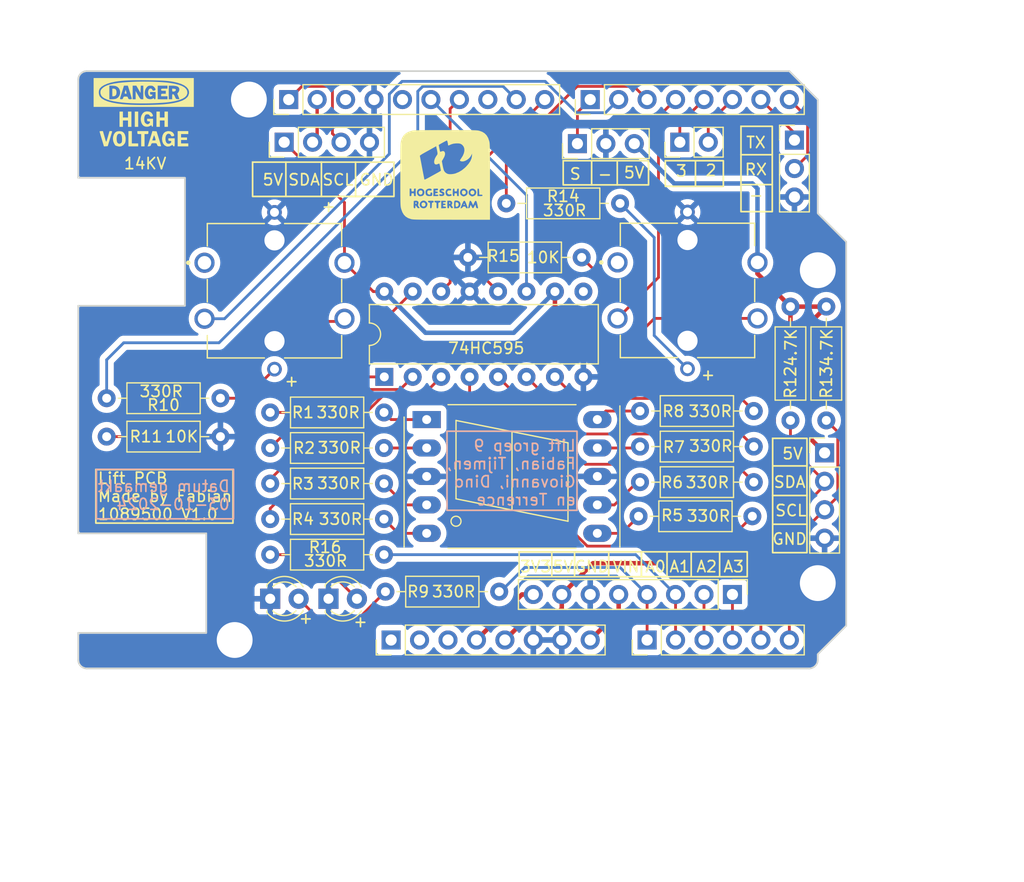
<source format=kicad_pcb>
(kicad_pcb (version 20240108) (generator "pcbnew") (generator_version "8.0")
  (title_block (date "mar. 31 mars 2015") (comment 4 "AISLER Project ID: BHDBQJWW"))
  (layers (0 "F.Cu" signal) (31 "B.Cu" signal) (34 "B.Paste" user) (35 "F.Paste" user) (36 "B.SilkS" user "B.Silkscreen") (37 "F.SilkS" user "F.Silkscreen") (38 "B.Mask" user) (39 "F.Mask" user) (44 "Edge.Cuts" user))
  (net 0 "")
  (net 1 "GND")
  (net 3 "+5V")
  (net 4 "/IOREF")
  (net 5 "/A0")
  (net 6 "/A1")
  (net 7 "/A2")
  (net 8 "/A3")
  (net 9 "/SDA{slash}A4")
  (net 10 "/SCL{slash}A5")
  (net 11 "/13")
  (net 12 "/12")
  (net 13 "/AREF")
  (net 14 "/8")
  (net 15 "/7")
  (net 16 "/*11")
  (net 17 "/*10")
  (net 18 "/*9")
  (net 19 "/4")
  (net 20 "/2")
  (net 21 "/*6")
  (net 22 "/*5")
  (net 23 "/TX{slash}1")
  (net 24 "/*3")
  (net 25 "/RX{slash}0")
  (net 26 "+3V3")
  (net 27 "VCC")
  (net 28 "/~{RESET}")
  (net 29 "Pin_1")
  (net 30 "Pin_2")
  (net 31 "Pin_3")
  (net 32 "Pin_4")
  (net 33 "Pin_5")
  (net 34 "Pin_6")
  (net 35 "Pin_7")
  (net 36 "Pin_8")
  (net 37 "Net-(U1-QA)")
  (net 38 "Net-(U1-QB)")
  (net 39 "Net-(U1-QC)")
  (net 40 "Net-(U1-QD)")
  (net 41 "Net-(U1-QE)")
  (net 42 "Net-(U1-QF)")
  (net 43 "Net-(U1-QG)")
  (net 44 "Net-(U1-QH)")
  (net 46 "/SDA2")
  (net 47 "/SCL2")
  (net 48 "Net-(R10-Pad2)")
  (net 49 "Net-(R11-Pad1)")
  (net 51 "Net-(R14-Pad2)")
  (net 52 "Net-(R15-Pad1)")
  (net 54 "Net-(D1-A)")
  (net 55 "Net-(D2-A)")
  (footprint "Connector_PinHeader_2.54mm:PinHeader_1x08_P2.54mm_Vertical" (layer "F.Cu") (at 127.94 97.46 90)
    (property "Reference" "J1" (hide yes))
    (property "Value" "Power")
    (pad "1" thru_hole rect (at 0 0 90) (size 1.7 1.7) (drill 1) (layers "*.Cu" "*.Mask"))
    (pad "2" thru_hole oval (at 0 2.54 90) (size 1.7 1.7) (drill 1) (layers "*.Cu" "*.Mask") (net 4 "/IOREF"))
    (pad "3" thru_hole oval (at 0 5.08 90) (size 1.7 1.7) (drill 1) (layers "*.Cu" "*.Mask") (net 28 "/~{RESET}"))
    (pad "4" thru_hole oval (at 0 7.62 90) (size 1.7 1.7) (drill 1) (layers "*.Cu" "*.Mask") (net 26 "+3V3"))
    (pad "5" thru_hole oval (at 0 10.16 90) (size 1.7 1.7) (drill 1) (layers "*.Cu" "*.Mask") (net 3 "+5V"))
    (pad "6" thru_hole oval (at 0 12.7 90) (size 1.7 1.7) (drill 1) (layers "*.Cu" "*.Mask") (net 1 "GND"))
    (pad "7" thru_hole oval (at 0 15.24 90) (size 1.7 1.7) (drill 1) (layers "*.Cu" "*.Mask") (net 1 "GND"))
    (pad "8" thru_hole oval (at 0 17.78 90) (size 1.7 1.7) (drill 1) (layers "*.Cu" "*.Mask") (net 27 "VCC"))
  )
  (footprint "Connector_PinHeader_2.54mm:PinHeader_1x06_P2.54mm_Vertical" (layer "F.Cu") (at 150.8 97.46 90)
    (property "Reference" "J3" (hide yes))
    (property "Value" "Analog")
    (pad "1" thru_hole rect (at 0 0 90) (size 1.7 1.7) (drill 1) (layers "*.Cu" "*.Mask") (net 5 "/A0"))
    (pad "2" thru_hole oval (at 0 2.54 90) (size 1.7 1.7) (drill 1) (layers "*.Cu" "*.Mask") (net 6 "/A1"))
    (pad "3" thru_hole oval (at 0 5.08 90) (size 1.7 1.7) (drill 1) (layers "*.Cu" "*.Mask") (net 7 "/A2"))
    (pad "4" thru_hole oval (at 0 7.62 90) (size 1.7 1.7) (drill 1) (layers "*.Cu" "*.Mask") (net 8 "/A3"))
    (pad "5" thru_hole oval (at 0 10.16 90) (size 1.7 1.7) (drill 1) (layers "*.Cu" "*.Mask") (net 9 "/SDA{slash}A4"))
    (pad "6" thru_hole oval (at 0 12.7 90) (size 1.7 1.7) (drill 1) (layers "*.Cu" "*.Mask") (net 10 "/SCL{slash}A5"))
  )
  (footprint "Connector_PinHeader_2.54mm:PinHeader_1x10_P2.54mm_Vertical" (layer "F.Cu") (at 118.796 49.2 90)
    (property "Reference" "J2" (hide yes))
    (property "Value" "Digital/PWM")
    (pad "1" thru_hole rect (at 0 0 90) (size 1.7 1.7) (drill 1) (layers "*.Cu" "*.Mask") (net 47 "/SCL2"))
    (pad "2" thru_hole oval (at 0 2.54 90) (size 1.7 1.7) (drill 1) (layers "*.Cu" "*.Mask") (net 46 "/SDA2"))
    (pad "3" thru_hole oval (at 0 5.08 90) (size 1.7 1.7) (drill 1) (layers "*.Cu" "*.Mask") (net 13 "/AREF"))
    (pad "4" thru_hole oval (at 0 7.62 90) (size 1.7 1.7) (drill 1) (layers "*.Cu" "*.Mask") (net 1 "GND"))
    (pad "5" thru_hole oval (at 0 10.16 90) (size 1.7 1.7) (drill 1) (layers "*.Cu" "*.Mask") (net 11 "/13"))
    (pad "6" thru_hole oval (at 0 12.7 90) (size 1.7 1.7) (drill 1) (layers "*.Cu" "*.Mask") (net 12 "/12"))
    (pad "7" thru_hole oval (at 0 15.24 90) (size 1.7 1.7) (drill 1) (layers "*.Cu" "*.Mask") (net 16 "/*11"))
    (pad "8" thru_hole oval (at 0 17.78 90) (size 1.7 1.7) (drill 1) (layers "*.Cu" "*.Mask") (net 17 "/*10"))
    (pad "9" thru_hole oval (at 0 20.32 90) (size 1.7 1.7) (drill 1) (layers "*.Cu" "*.Mask") (net 18 "/*9"))
    (pad "10" thru_hole oval (at 0 22.86 90) (size 1.7 1.7) (drill 1) (layers "*.Cu" "*.Mask") (net 14 "/8"))
  )
  (footprint "Connector_PinHeader_2.54mm:PinHeader_1x08_P2.54mm_Vertical" (layer "F.Cu") (at 145.72 49.2 90)
    (property "Reference" "J4" (hide yes))
    (property "Value" "Digital/PWM")
    (pad "1" thru_hole rect (at 0 0 90) (size 1.7 1.7) (drill 1) (layers "*.Cu" "*.Mask") (net 15 "/7"))
    (pad "2" thru_hole oval (at 0 2.54 90) (size 1.7 1.7) (drill 1) (layers "*.Cu" "*.Mask") (net 21 "/*6"))
    (pad "3" thru_hole oval (at 0 5.08 90) (size 1.7 1.7) (drill 1) (layers "*.Cu" "*.Mask") (net 22 "/*5"))
    (pad "4" thru_hole oval (at 0 7.62 90) (size 1.7 1.7) (drill 1) (layers "*.Cu" "*.Mask") (net 19 "/4"))
    (pad "5" thru_hole oval (at 0 10.16 90) (size 1.7 1.7) (drill 1) (layers "*.Cu" "*.Mask") (net 24 "/*3"))
    (pad "6" thru_hole oval (at 0 12.7 90) (size 1.7 1.7) (drill 1) (layers "*.Cu" "*.Mask") (net 20 "/2"))
    (pad "7" thru_hole oval (at 0 15.24 90) (size 1.7 1.7) (drill 1) (layers "*.Cu" "*.Mask") (net 23 "/TX{slash}1"))
    (pad "8" thru_hole oval (at 0 17.78 90) (size 1.7 1.7) (drill 1) (layers "*.Cu" "*.Mask") (net 25 "/RX{slash}0"))
  )
  (footprint "Resistor_THT:R_Axial_DIN0207_L6.3mm_D2.5mm_P10.16mm_Horizontal" (layer "F.Cu") (at 160.198 86.411 180)
    (property "Reference" "R5" (at 7.1628 0.0762 0) (layer "F.SilkS"))
    (property "Value" "330R" (at 3.9116 0.0254 0) (layer "F.SilkS"))
    (pad "1" thru_hole circle (at 0 0 180) (size 1.6 1.6) (drill 0.8) (layers "*.Cu" "*.Mask") (net 41 "Net-(U1-QE)"))
    (pad "2" thru_hole oval (at 10.16 0 180) (size 1.6 1.6) (drill 0.8) (layers "*.Cu" "*.Mask") (net 33 "Pin_5"))
  )
  (footprint "Resistor_THT:R_Axial_DIN0207_L6.3mm_D2.5mm_P10.16mm_Horizontal" (layer "F.Cu") (at 127.305 89.84 180)
    (property "Reference" "R16" (at 5.2578 0.6604 0) (layer "F.SilkS"))
    (property "Value" "330R" (at 5.207 -0.5588 0) (layer "F.SilkS"))
    (pad "1" thru_hole circle (at 0 0 180) (size 1.6 1.6) (drill 0.8) (layers "*.Cu" "*.Mask") (net 6 "/A1"))
    (pad "2" thru_hole oval (at 10.16 0 180) (size 1.6 1.6) (drill 0.8) (layers "*.Cu" "*.Mask") (net 55 "Net-(D2-A)"))
  )
  (footprint "Resistor_THT:R_Axial_DIN0207_L6.3mm_D2.5mm_P10.16mm_Horizontal" (layer "F.Cu") (at 138.227 58.471)
    (property "Reference" "R14" (at 5.08 -0.635 0) (layer "F.SilkS"))
    (property "Value" "330R" (at 5.207 0.635 0) (layer "F.SilkS"))
    (pad "1" thru_hole circle (at 0 0) (size 1.6 1.6) (drill 0.8) (layers "*.Cu" "*.Mask") (net 22 "/*5"))
    (pad "2" thru_hole oval (at 10.16 0) (size 1.6 1.6) (drill 0.8) (layers "*.Cu" "*.Mask") (net 51 "Net-(R14-Pad2)"))
  )
  (footprint "Connector_PinHeader_2.54mm:PinHeader_1x03_P2.54mm_Vertical" (layer "F.Cu") (at 144.577 53.137 90)
    (property "Reference" "J9" (hide yes))
    (property "Value" "Conn_01x03_Pin" (hide yes))
    (pad "1" thru_hole rect (at 0 0 90) (size 1.7 1.7) (drill 1) (layers "*.Cu" "*.Mask") (net 15 "/7"))
    (pad "2" thru_hole oval (at 0 2.54 90) (size 1.7 1.7) (drill 1) (layers "*.Cu" "*.Mask") (net 1 "GND"))
    (pad "3" thru_hole oval (at 0 5.08 90) (size 1.7 1.7) (drill 1) (layers "*.Cu" "*.Mask") (net 3 "+5V"))
  )
  (footprint "Resistor_THT:R_Axial_DIN0207_L6.3mm_D2.5mm_P10.16mm_Horizontal" (layer "F.Cu") (at 144.958 63.297 180)
    (property "Reference" "R15" (at 6.985 0.127 0) (layer "F.SilkS"))
    (property "Value" "10K" (at 3.429 0 0) (layer "F.SilkS"))
    (pad "1" thru_hole circle (at 0 0 180) (size 1.6 1.6) (drill 0.8) (layers "*.Cu" "*.Mask") (net 52 "Net-(R15-Pad1)"))
    (pad "2" thru_hole oval (at 10.16 0 180) (size 1.6 1.6) (drill 0.8) (layers "*.Cu" "*.Mask") (net 1 "GND"))
  )
  (footprint "Resistor_THT:R_Axial_DIN0207_L6.3mm_D2.5mm_P10.16mm_Horizontal" (layer "F.Cu") (at 117.145 83.49)
    (property "Reference" "R3" (at 2.921 0.0254 0) (layer "F.SilkS"))
    (property "Value" "330R" (at 6.1214 -0.0254 0) (layer "F.SilkS"))
    (pad "1" thru_hole circle (at 0 0) (size 1.6 1.6) (drill 0.8) (layers "*.Cu" "*.Mask") (net 39 "Net-(U1-QC)"))
    (pad "2" thru_hole oval (at 10.16 0) (size 1.6 1.6) (drill 0.8) (layers "*.Cu" "*.Mask") (net 31 "Pin_3"))
  )
  (footprint "Connector_PinHeader_2.54mm:PinHeader_1x03_P2.54mm_Vertical" (layer "F.Cu") (at 163.9572 52.8218)
    (property "Reference" "J6" (hide yes))
    (property "Value" "Conn_01x03_Pin" (hide yes))
    (pad "1" thru_hole rect (at 0 0) (size 1.7 1.7) (drill 1) (layers "*.Cu" "*.Mask") (net 23 "/TX{slash}1"))
    (pad "2" thru_hole oval (at 0 2.54) (size 1.7 1.7) (drill 1) (layers "*.Cu" "*.Mask") (net 25 "/RX{slash}0"))
    (pad "3" thru_hole oval (at 0 5.08) (size 1.7 1.7) (drill 1) (layers "*.Cu" "*.Mask") (net 1 "GND"))
  )
  (footprint "Connector_PinHeader_2.54mm:PinHeader_1x08_P2.54mm_Vertical" (layer "F.Cu") (at 158.42 93.396 -90)
    (property "Reference" "J7" (hide yes))
    (property "Value" "Conn_01x08_Pin" (hide yes))
    (pad "1" thru_hole rect (at 0 0 270) (size 1.7 1.7) (drill 1) (layers "*.Cu" "*.Mask") (net 8 "/A3"))
    (pad "2" thru_hole oval (at 0 2.54 270) (size 1.7 1.7) (drill 1) (layers "*.Cu" "*.Mask") (net 7 "/A2"))
    (pad "3" thru_hole oval (at 0 5.08 270) (size 1.7 1.7) (drill 1) (layers "*.Cu" "*.Mask") (net 6 "/A1"))
    (pad "4" thru_hole oval (at 0 7.62 270) (size 1.7 1.7) (drill 1) (layers "*.Cu" "*.Mask") (net 5 "/A0"))
    (pad "5" thru_hole oval (at 0 10.16 270) (size 1.7 1.7) (drill 1) (layers "*.Cu" "*.Mask") (net 27 "VCC"))
    (pad "6" thru_hole oval (at 0 12.7 270) (size 1.7 1.7) (drill 1) (layers "*.Cu" "*.Mask") (net 1 "GND"))
    (pad "7" thru_hole oval (at 0 15.24 270) (size 1.7 1.7) (drill 1) (layers "*.Cu" "*.Mask") (net 3 "+5V"))
    (pad "8" thru_hole oval (at 0 17.78 270) (size 1.7 1.7) (drill 1) (layers "*.Cu" "*.Mask") (net 26 "+3V3"))
  )
  (footprint "Resistor_THT:R_Axial_DIN0207_L6.3mm_D2.5mm_P10.16mm_Horizontal" (layer "F.Cu") (at 137.592 93.142 180)
    (property "Reference" "R9" (at 7.239 0 0) (layer "F.SilkS"))
    (property "Value" "330R" (at 4.064 0 0) (layer "F.SilkS"))
    (pad "1" thru_hole circle (at 0 0 180) (size 1.6 1.6) (drill 0.8) (layers "*.Cu" "*.Mask") (net 5 "/A0"))
    (pad "2" thru_hole oval (at 10.16 0 180) (size 1.6 1.6) (drill 0.8) (layers "*.Cu" "*.Mask") (net 54 "Net-(D1-A)"))
  )
  (footprint "LED_THT:LED_D3.0mm" (layer "F.Cu") (at 122.347 93.777)
    (property "Reference" "D2" (hide yes))
    (property "Value" "LED" (hide yes))
    (pad "1" thru_hole rect (at 0 0) (size 1.8 1.8) (drill 0.9) (layers "*.Cu" "*.Mask") (net 1 "GND"))
    (pad "2" thru_hole circle (at 2.54 0) (size 1.8 1.8) (drill 0.9) (layers "*.Cu" "*.Mask") (net 55 "Net-(D2-A)"))
  )
  (footprint "Resistor_THT:R_Axial_DIN0207_L6.3mm_D2.5mm_P10.16mm_Horizontal" (layer "F.Cu") (at 117.145 77.14)
    (property "Reference" "R1" (at 2.921 0 0) (layer "F.SilkS"))
    (property "Value" "330R" (at 6.0706 0 0) (layer "F.SilkS"))
    (pad "1" thru_hole circle (at 0 0) (size 1.6 1.6) (drill 0.8) (layers "*.Cu" "*.Mask") (net 37 "Net-(U1-QA)"))
    (pad "2" thru_hole oval (at 10.16 0) (size 1.6 1.6) (drill 0.8) (layers "*.Cu" "*.Mask") (net 29 "Pin_1"))
  )
  (footprint "Resistor_THT:R_Axial_DIN0207_L6.3mm_D2.5mm_P10.16mm_Horizontal" (layer "F.Cu") (at 117.145 86.665)
    (property "Reference" "R4" (at 2.921 0 0) (layer "F.SilkS"))
    (property "Value" "330R" (at 6.2738 0 0) (layer "F.SilkS"))
    (pad "1" thru_hole circle (at 0 0) (size 1.6 1.6) (drill 0.8) (layers "*.Cu" "*.Mask") (net 40 "Net-(U1-QD)"))
    (pad "2" thru_hole oval (at 10.16 0) (size 1.6 1.6) (drill 0.8) (layers "*.Cu" "*.Mask") (net 32 "Pin_4"))
  )
  (footprint "LED_THT:LED_D3.0mm" (layer "F.Cu") (at 117.14 93.777)
    (property "Reference" "D1" (hide yes))
    (property "Value" "LED" (hide yes))
    (pad "1" thru_hole rect (at 0 0) (size 1.8 1.8) (drill 0.9) (layers "*.Cu" "*.Mask") (net 1 "GND"))
    (pad "2" thru_hole circle (at 2.54 0) (size 1.8 1.8) (drill 0.9) (layers "*.Cu" "*.Mask") (net 54 "Net-(D1-A)"))
  )
  (footprint "TSD1265:SW_TSD1265" (layer "F.Cu") (at 117.526 66.273 90)
    (property "Reference" "S1" (hide yes))
    (property "Value" "TSD1265" (hide yes))
    (pad "" np_thru_hole circle (at -4.5 0 90) (size 1.8 1.8) (drill 1.8) (layers "*.Cu" "*.Mask"))
    (pad "" np_thru_hole circle (at 4.5 0 90) (size 1.8 1.8) (drill 1.8) (layers "*.Cu" "*.Mask"))
    (pad "A" thru_hole circle (at -2.5 -6.25 90) (size 1.8 1.8) (drill 1.2) (layers "*.Cu" "*.Mask") (net 21 "/*6"))
    (pad "B" thru_hole circle (at 2.5 -6.25 90) (size 1.8 1.8) (drill 1.2) (layers "*.Cu" "*.Mask"))
    (pad "C" thru_hole circle (at -2.5 6.25 90) (size 1.8 1.8) (drill 1.2) (layers "*.Cu" "*.Mask") (net 49 "Net-(R11-Pad1)"))
    (pad "D" thru_hole circle (at 2.5 6.25 90) (size 1.8 1.8) (drill 1.2) (layers "*.Cu" "*.Mask") (net 3 "+5V"))
    (pad "E" thru_hole circle (at -7 0 90) (size 1.308 1.308) (drill 0.8) (layers "*.Cu" "*.Mask") (net 48 "Net-(R10-Pad2)"))
    (pad "F" thru_hole circle (at 7 0 90) (size 1.308 1.308) (drill 0.8) (layers "*.Cu" "*.Mask") (net 1 "GND"))
  )
  (footprint "Resistor_THT:R_Axial_DIN0207_L6.3mm_D2.5mm_P10.16mm_Horizontal" (layer "F.Cu") (at 117.145 80.315)
    (property "Reference" "R2" (at 3.0226 0 0) (layer "F.SilkS"))
    (property "Value" "330R" (at 6.1722 -0.0254 0) (layer "F.SilkS"))
    (pad "1" thru_hole circle (at 0 0) (size 1.6 1.6) (drill 0.8) (layers "*.Cu" "*.Mask") (net 38 "Net-(U1-QB)"))
    (pad "2" thru_hole oval (at 10.16 0) (size 1.6 1.6) (drill 0.8) (layers "*.Cu" "*.Mask") (net 30 "Pin_2"))
  )
  (footprint "Arduino_MountingHole:MountingHole_3.2mm" (layer "F.Cu") (at 115.24 49.2)
    (property "Reference" "MH1" (hide yes))
    (property "Value" "MountingHole_3.2mm" (hide yes))
    (pad "" np_thru_hole circle (at 0 0) (size 3.2 3.2) (drill 3.2) (layers "*.Cu" "*.Mask"))
  )
  (footprint "Resistor_THT:R_Axial_DIN0207_L6.3mm_D2.5mm_P10.16mm_Horizontal" (layer "F.Cu") (at 102.54 75.87)
    (property "Reference" "R10" (at 5.08 0.6096 0) (layer "F.SilkS"))
    (property "Value" "330R" (at 4.8768 -0.6096 0) (layer "F.SilkS"))
    (pad "1" thru_hole circle (at 0 0) (size 1.6 1.6) (drill 0.8) (layers "*.Cu" "*.Mask") (net 18 "/*9"))
    (pad "2" thru_hole oval (at 10.16 0) (size 1.6 1.6) (drill 0.8) (layers "*.Cu" "*.Mask") (net 48 "Net-(R10-Pad2)"))
  )
  (footprint "HR_logo:hr_logo" (layer "F.Cu") (at 132.766 55.931)
    (property "Reference" "G***" (hide yes))
    (property "Value" "LOGO" (hide yes))
  )
  (footprint "Display_7Segment:7SegmentLED_LTS6760_LTS6780" (layer "F.Cu") (at 131.115 77.775)
    (property "Reference" "U2" (hide yes))
    (property "Value" "SM420561N" (hide yes))
    (pad "1" thru_hole rect (at 0 0 270) (size 1.524 2.524) (drill 0.8) (layers "*.Cu" "*.Mask") (net 29 "Pin_1"))
    (pad "2" thru_hole oval (at 0 2.54 270) (size 1.524 2.524) (drill 0.8) (layers "*.Cu" "*.Mask") (net 30 "Pin_2"))
    (pad "3" thru_hole oval (at 0 5.08 270) (size 1.524 2.524) (drill 0.8) (layers "*.Cu" "*.Mask") (net 1 "GND"))
    (pad "4" thru_hole oval (at 0 7.62 270) (size 1.524 2.524) (drill 0.8) (layers "*.Cu" "*.Mask") (net 31 "Pin_3"))
    (pad "5" thru_hole oval (at 0 10.16 270) (size 1.524 2.524) (drill 0.8) (layers "*.Cu" "*.Mask") (net 32 "Pin_4"))
    (pad "6" thru_hole oval (at 15.24 10.16 270) (size 1.524 2.524) (drill 0.8) (layers "*.Cu" "*.Mask") (net 33 "Pin_5"))
    (pad "7" thru_hole oval (at 15.24 7.62 270) (size 1.524 2.524) (drill 0.8) (layers "*.Cu" "*.Mask") (net 34 "Pin_6"))
    (pad "8" thru_hole oval (at 15.24 5.08 270) (size 1.524 2.524) (drill 0.8) (layers "*.Cu" "*.Mask") (net 1 "GND"))
    (pad "9" thru_hole oval (at 15.24 2.54 270) (size 1.524 2.524) (drill 0.8) (layers "*.Cu" "*.Mask") (net 35 "Pin_7"))
    (pad "10" thru_hole oval (at 15.24 0 270) (size 1.524 2.524) (drill 0.8) (layers "*.Cu" "*.Mask") (net 36 "Pin_8"))
  )
  (footprint "Package_DIP:DIP-16_W7.62mm" (layer "F.Cu") (at 127.3304 73.965 90)
    (property "Reference" "U1" (hide yes))
    (property "Value" "74HC595" (at 2.5554 9.1036 180) (layer "F.SilkS"))
    (pad "1" thru_hole rect (at 0 0 90) (size 1.6 1.6) (drill 0.8) (layers "*.Cu" "*.Mask") (net 38 "Net-(U1-QB)"))
    (pad "2" thru_hole oval (at 0 2.54 90) (size 1.6 1.6) (drill 0.8) (layers "*.Cu" "*.Mask") (net 39 "Net-(U1-QC)"))
    (pad "3" thru_hole oval (at 0 5.08 90) (size 1.6 1.6) (drill 0.8) (layers "*.Cu" "*.Mask") (net 40 "Net-(U1-QD)"))
    (pad "4" thru_hole oval (at 0 7.62 90) (size 1.6 1.6) (drill 0.8) (layers "*.Cu" "*.Mask") (net 41 "Net-(U1-QE)"))
    (pad "5" thru_hole oval (at 0 10.16 90) (size 1.6 1.6) (drill 0.8) (layers "*.Cu" "*.Mask") (net 42 "Net-(U1-QF)"))
    (pad "6" thru_hole oval (at 0 12.7 90) (size 1.6 1.6) (drill 0.8) (layers "*.Cu" "*.Mask") (net 43 "Net-(U1-QG)"))
    (pad "7" thru_hole oval (at 0 15.24 90) (size 1.6 1.6) (drill 0.8) (layers "*.Cu" "*.Mask") (net 44 "Net-(U1-QH)"))
    (pad "8" thru_hole oval (at 0 17.78 90) (size 1.6 1.6) (drill 0.8) (layers "*.Cu" "*.Mask") (net 1 "GND"))
    (pad "9" thru_hole oval (at 7.62 17.78 90) (size 1.6 1.6) (drill 0.8) (layers "*.Cu" "*.Mask"))
    (pad "10" thru_hole oval (at 7.62 15.24 90) (size 1.6 1.6) (drill 0.8) (layers "*.Cu" "*.Mask") (net 3 "+5V"))
    (pad "11" thru_hole oval (at 7.62 12.7 90) (size 1.6 1.6) (drill 0.8) (layers "*.Cu" "*.Mask") (net 12 "/12"))
    (pad "12" thru_hole oval (at 7.62 10.16 90) (size 1.6 1.6) (drill 0.8) (layers "*.Cu" "*.Mask") (net 14 "/8"))
    (pad "13" thru_hole circle (at 7.62 7.62 90) (size 1.6 1.6) (drill 0.8) (layers "*.Cu" "*.Mask") (net 1 "GND"))
    (pad "14" thru_hole oval (at 7.62 5.08 90) (size 1.6 1.6) (drill 0.8) (layers "*.Cu" "*.Mask") (net 16 "/*11"))
    (pad "15" thru_hole oval (at 7.62 2.54 90) (size 1.6 1.6) (drill 0.8) (layers "*.Cu" "*.Mask") (net 37 "Net-(U1-QA)"))
    (pad "16" thru_hole oval (at 7.62 0 90) (size 1.6 1.6) (drill 0.8) (layers "*.Cu" "*.Mask") (net 3 "+5V"))
  )
  (footprint "Resistor_THT:R_Axial_DIN0207_L6.3mm_D2.5mm_P10.16mm_Horizontal" (layer "F.Cu") (at 160.325 83.363 180)
    (property "Reference" "R6" (at 7.2898 -0.0254 0) (layer "F.SilkS"))
    (property "Value" "330R" (at 4.1402 -0.0254 0) (layer "F.SilkS"))
    (pad "1" thru_hole circle (at 0 0 180) (size 1.6 1.6) (drill 0.8) (layers "*.Cu" "*.Mask") (net 42 "Net-(U1-QF)"))
    (pad "2" thru_hole oval (at 10.16 0 180) (size 1.6 1.6) (drill 0.8) (layers "*.Cu" "*.Mask") (net 34 "Pin_6"))
  )
  (footprint "Resistor_THT:R_Axial_DIN0207_L6.3mm_D2.5mm_P10.16mm_Horizontal" (layer "F.Cu") (at 102.54 79.299)
    (property "Reference" "R11" (at 3.5052 0 0) (layer "F.SilkS"))
    (property "Value" "10K" (at 6.7056 0 0) (layer "F.SilkS"))
    (pad "1" thru_hole circle (at 0 0) (size 1.6 1.6) (drill 0.8) (layers "*.Cu" "*.Mask") (net 49 "Net-(R11-Pad1)"))
    (pad "2" thru_hole oval (at 10.16 0) (size 1.6 1.6) (drill 0.8) (layers "*.Cu" "*.Mask") (net 1 "GND"))
  )
  (footprint "Resistor_THT:R_Axial_DIN0207_L6.3mm_D2.5mm_P10.16mm_Horizontal" (layer "F.Cu") (at 160.325 80.188 180)
    (property "Reference" "R7" (at 7.1374 -0.0508 0) (layer "F.SilkS"))
    (property "Value" "330R" (at 3.8354 0.0508 0) (layer "F.SilkS"))
    (pad "1" thru_hole circle (at 0 0 180) (size 1.6 1.6) (drill 0.8) (layers "*.Cu" "*.Mask") (net 43 "Net-(U1-QG)"))
    (pad "2" thru_hole oval (at 10.16 0 180) (size 1.6 1.6) (drill 0.8) (layers "*.Cu" "*.Mask") (net 35 "Pin_7"))
  )
  (footprint "printplaat_ontwerp:mr14kv" (layer "F.Cu") (at 106 50.5)
    (property "Reference" "G***" (hide yes))
    (property "Value" "LOGO" (hide yes))
  )
  (footprint "Connector_PinHeader_2.54mm:PinHeader_1x04_P2.54mm_Vertical" (layer "F.Cu") (at 166.6496 80.7468)
    (property "Reference" "J10" (hide yes))
    (property "Value" "Conn_01x04_Pin" (hide yes))
    (pad "1" thru_hole rect (at 0 0) (size 1.7 1.7) (drill 1) (layers "*.Cu" "*.Mask") (net 3 "+5V"))
    (pad "2" thru_hole oval (at 0 2.54) (size 1.7 1.7) (drill 1) (layers "*.Cu" "*.Mask") (net 9 "/SDA{slash}A4"))
    (pad "3" thru_hole oval (at 0 5.08) (size 1.7 1.7) (drill 1) (layers "*.Cu" "*.Mask") (net 10 "/SCL{slash}A5"))
    (pad "4" thru_hole oval (at 0 7.62) (size 1.7 1.7) (drill 1) (layers "*.Cu" "*.Mask") (net 1 "GND"))
  )
  (footprint "Resistor_THT:R_Axial_DIN0207_L6.3mm_D2.5mm_P10.16mm_Horizontal" (layer "F.Cu") (at 163.6016 77.8512 90)
    (property "Reference" "R12" (at 3.4036 0 90) (layer "F.SilkS"))
    (property "Value" "4.7K" (at 6.5024 0.0508 90) (layer "F.SilkS"))
    (pad "1" thru_hole circle (at 0 0 90) (size 1.6 1.6) (drill 0.8) (layers "*.Cu" "*.Mask") (net 9 "/SDA{slash}A4"))
    (pad "2" thru_hole oval (at 10.16 0 90) (size 1.6 1.6) (drill 0.8) (layers "*.Cu" "*.Mask") (net 3 "+5V"))
  )
  (footprint "Resistor_THT:R_Axial_DIN0207_L6.3mm_D2.5mm_P10.16mm_Horizontal" (layer "F.Cu") (at 166.802 77.8512 90)
    (property "Reference" "R13" (at 3.4036 0 90) (layer "F.SilkS"))
    (property "Value" "4.7K" (at 6.5024 0.0508 90) (layer "F.SilkS"))
    (pad "1" thru_hole circle (at 0 0 90) (size 1.6 1.6) (drill 0.8) (layers "*.Cu" "*.Mask") (net 10 "/SCL{slash}A5"))
    (pad "2" thru_hole oval (at 10.16 0 90) (size 1.6 1.6) (drill 0.8) (layers "*.Cu" "*.Mask") (net 3 "+5V"))
  )
  (footprint "Connector_PinHeader_2.54mm:PinHeader_1x02_P2.54mm_Vertical" (layer "F.Cu") (at 153.721 53.01 90)
    (property "Reference" "J11" (hide yes))
    (property "Value" "Conn_01x02_Pin" (hide yes))
    (pad "1" thru_hole rect (at 0 0 90) (size 1.7 1.7) (drill 1) (layers "*.Cu" "*.Mask") (net 24 "/*3"))
    (pad "2" thru_hole oval (at 0 2.54 90) (size 1.7 1.7) (drill 1) (layers "*.Cu" "*.Mask") (net 20 "/2"))
  )
  (footprint "Arduino_MountingHole:MountingHole_3.2mm" (layer "F.Cu") (at 113.97 97.46)
    (property "Reference" "MH2" (hide yes))
    (property "Value" "MountingHole_3.2mm" (hide yes))
    (pad "" np_thru_hole circle (at 0 0) (size 3.2 3.2) (drill 3.2) (layers "*.Cu" "*.Mask"))
  )
  (footprint "Arduino_MountingHole:MountingHole_3.2mm" (layer "F.Cu") (at 166.04 64.44)
    (property "Reference" "MH3" (hide yes))
    (property "Value" "MountingHole_3.2mm" (hide yes))
    (pad "" np_thru_hole circle (at 0 0) (size 3.2 3.2) (drill 3.2) (layers "*.Cu" "*.Mask"))
  )
  (footprint "Arduino_MountingHole:MountingHole_3.2mm" (layer "F.Cu") (at 166.04 92.38)
    (property "Reference" "MH4" (hide yes))
    (property "Value" "MountingHole_3.2mm" (hide yes))
    (pad "" np_thru_hole circle (at 0 0) (size 3.2 3.2) (drill 3.2) (layers "*.Cu" "*.Mask"))
  )
  (footprint "TSD1265:SW_TSD1265" (layer "F.Cu") (at 154.4068 66.2434 90)
    (property "Reference" "S2" (hide yes))
    (property "Value" "TSD1265" (hide yes))
    (pad "" np_thru_hole circle (at -4.5 0 90) (size 1.8 1.8) (drill 1.8) (layers "*.Cu" "*.Mask"))
    (pad "" np_thru_hole circle (at 4.5 0 90) (size 1.8 1.8) (drill 1.8) (layers "*.Cu" "*.Mask"))
    (pad "A" thru_hole circle (at -2.5 -6.25 90) (size 1.8 1.8) (drill 1.2) (layers "*.Cu" "*.Mask") (net 19 "/4"))
    (pad "B" thru_hole circle (at 2.5 -6.25 90) (size 1.8 1.8) (drill 1.2) (layers "*.Cu" "*.Mask"))
    (pad "C" thru_hole circle (at -2.5 6.25 90) (size 1.8 1.8) (drill 1.2) (layers "*.Cu" "*.Mask") (net 52 "Net-(R15-Pad1)"))
    (pad "D" thru_hole circle (at 2.5 6.25 90) (size 1.8 1.8) (drill 1.2) (layers "*.Cu" "*.Mask") (net 3 "+5V"))
    (pad "E" thru_hole circle (at -7 0 90) (size 1.308 1.308) (drill 0.8) (layers "*.Cu" "*.Mask") (net 51 "Net-(R14-Pad2)"))
    (pad "F" thru_hole circle (at 7 0 90) (size 1.308 1.308) (drill 0.8) (layers "*.Cu" "*.Mask") (net 1 "GND"))
  )
  (footprint "Resistor_THT:R_Axial_DIN0207_L6.3mm_D2.5mm_P10.16mm_Horizontal" (layer "F.Cu") (at 160.325 77.013 180)
    (property "Reference" "R8" (at 7.1882 -0.0254 0) (layer "F.SilkS"))
    (property "Value" "330R" (at 3.8862 -0.0254 0) (layer "F.SilkS"))
    (pad "1" thru_hole circle (at 0 0 180) (size 1.6 1.6) (drill 0.8) (layers "*.Cu" "*.Mask") (net 44 "Net-(U1-QH)"))
    (pad "2" thru_hole oval (at 10.16 0 180) (size 1.6 1.6) (drill 0.8) (layers "*.Cu" "*.Mask") (net 36 "Pin_8"))
  )
  (footprint "Connector_PinHeader_2.54mm:PinHeader_1x04_P2.54mm_Vertical" (layer "F.Cu") (at 118.3896 53.01 90)
    (property "Reference" "J5" (hide yes))
    (property "Value" "Conn_01x04_Pin" (hide yes))
    (pad "1" thru_hole rect (at 0 0 90) (size 1.7 1.7) (drill 1) (layers "*.Cu" "*.Mask") (net 3 "+5V"))
    (pad "2" thru_hole oval (at 0 2.54 90) (size 1.7 1.7) (drill 1) (layers "*.Cu" "*.Mask") (net 46 "/SDA2"))
    (pad "3" thru_hole oval (at 0 5.08 90) (size 1.7 1.7) (drill 1) (layers "*.Cu" "*.Mask") (net 47 "/SCL2"))
    (pad "4" thru_hole oval (at 0 7.62 90) (size 1.7 1.7) (drill 1) (layers "*.Cu" "*.Mask") (net 1 "GND"))
  )
  (gr_rect (start 132.9311 78.8164) (end 144.5389 85.8776) (stroke (width 0.15)) (fill none) (layer "B.SilkS"))
  (gr_rect (start 101.6256 82.22) (end 113.8684 86.6396) (stroke (width 0.15)) (fill none) (layer "B.SilkS"))
  (gr_line (start 121.717 57.8441) (end 121.717 54.7799) (stroke (width 0.15)) (layer "F.SilkS"))
  (gr_line (start 162.0268 87.1222) (end 165.0748 87.1222) (stroke (width 0.15)) (layer "F.SilkS"))
  (gr_line (start 157.277 91.745) (end 157.277 89.586) (stroke (width 0.15)) (layer "F.SilkS"))
  (gr_line (start 148.133 54.788) (end 148.133 56.82) (stroke (width 0.15)) (layer "F.SilkS"))
  (gr_line (start 118.542 57.836) (end 118.542 54.788) (stroke (width 0.15)) (layer "F.SilkS"))
  (gr_line (start 154.737 91.745) (end 154.737 89.586) (stroke (width 0.15)) (layer "F.SilkS"))
  (gr_line (start 145.847 54.661) (end 145.847 56.82) (stroke (width 0.15)) (layer "F.SilkS"))
  (gr_line (start 161.976 56.7946) (end 159.182 56.7946) (stroke (width 0.15)) (layer "F.SilkS"))
  (gr_line (start 142.291 91.745) (end 142.291 89.586) (stroke (width 0.15)) (layer "F.SilkS"))
  (gr_line (start 144.323 91.8085) (end 144.323 89.6495) (stroke (width 0.15)) (layer "F.SilkS"))
  (gr_rect (start 139.37 89.586) (end 159.74 91.812) (stroke (width 0.15)) (fill none) (layer "F.SilkS"))
  (gr_line (start 124.765 57.836) (end 124.765 54.788) (stroke (width 0.15)) (layer "F.SilkS"))
  (gr_line (start 162.0268 81.9152) (end 165.0748 81.9152) (stroke (width 0.15)) (layer "F.SilkS"))
  (gr_line (start 161.976 54.1276) (end 159.182 54.1276) (stroke (width 0.15)) (layer "F.SilkS"))
  (gr_line (start 147.371 91.745) (end 147.371 89.586) (stroke (width 0.15)) (layer "F.SilkS"))
  (gr_rect (start 159.182 51.5876) (end 161.976 59.2076) (stroke (width 0.15)) (fill none) (layer "F.SilkS"))
  (gr_line (start 155.118 54.6737) (end 155.118 56.9343) (stroke (width 0.15)) (layer "F.SilkS"))
  (gr_line (start 150.292 91.745) (end 150.292 89.586) (stroke (width 0.15)) (layer "F.SilkS"))
  (gr_rect (start 143.307 54.661) (end 150.927 56.82) (stroke (width 0.15)) (fill none) (layer "F.SilkS"))
  (gr_line (start 162.0106 84.5572) (end 165.0748 84.5572) (stroke (width 0.15)) (layer "F.SilkS"))
  (gr_rect (start 152.4256 54.661) (end 157.6072 56.947) (stroke (width 0.15)) (fill none) (layer "F.SilkS"))
  (gr_rect (start 162.0106 79.4522) (end 165.0748 89.6622) (stroke (width 0.15)) (fill none) (layer "F.SilkS"))
  (gr_line (start 152.578 91.745) (end 152.578 89.586) (stroke (width 0.15)) (layer "F.SilkS"))
  (gr_rect (start 115.571 54.788) (end 128.194 57.8522) (stroke (width 0.15)) (fill none) (layer "F.SilkS"))
  (gr_rect (start 101.5748 82.2454) (end 113.8176 87.0206) (stroke (width 0.15)) (fill none) (layer "F.SilkS"))
  (gr_line (start 166.04 59.36) (end 168.58 61.9) (stroke (width 0.15)) (layer "Edge.Cuts"))
  (gr_line (start 100 99.238) (end 100 96.825) (stroke (width 0.15)) (layer "Edge.Cuts"))
  (gr_line (start 100 87.935) (end 111.43 87.935) (stroke (width 0.15)) (layer "Edge.Cuts"))
  (gr_line (start 168.58 61.9) (end 168.58 96.19) (stroke (width 0.15)) (layer "Edge.Cuts"))
  (gr_line (start 165.278 100) (end 100.762 100) (stroke (width 0.15)) (layer "Edge.Cuts"))
  (gr_line (start 111.43 96.825) (end 100 96.825) (stroke (width 0.15)) (layer "Edge.Cuts"))
  (gr_line (start 100.762 46.66) (end 163.5 46.66) (stroke (width 0.15)) (layer "Edge.Cuts"))
  (gr_line (start 111.43 87.935) (end 111.43 96.825) (stroke (width 0.15)) (layer "Edge.Cuts"))
  (gr_arc (start 100.762 100) (mid 100.223185 99.776815) (end 100 99.238) (stroke (width 0.15)) (layer "Edge.Cuts"))
  (gr_line (start 109.525 67.615) (end 100 67.615) (stroke (width 0.15)) (layer "Edge.Cuts"))
  (gr_line (start 168.58 96.19) (end 166.04 98.73) (stroke (width 0.15)) (layer "Edge.Cuts"))
  (gr_line (start 163.5 46.66) (end 166.04 49.2) (stroke (width 0.15)) (layer "Edge.Cuts"))
  (gr_arc (start 166.04 99.238) (mid 165.816815 99.776815) (end 165.278 100) (stroke (width 0.15)) (layer "Edge.Cuts"))
  (gr_line (start 100 47.422) (end 100 56.185) (stroke (width 0.15)) (layer "Edge.Cuts"))
  (gr_line (start 109.525 56.185) (end 109.525 67.615) (stroke (width 0.15)) (layer "Edge.Cuts"))
  (gr_line (start 166.04 49.2) (end 166.04 59.36) (stroke (width 0.15)) (layer "Edge.Cuts"))
  (gr_line (start 166.04 98.73) (end 166.04 99.238) (stroke (width 0.15)) (layer "Edge.Cuts"))
  (gr_arc (start 100 47.422) (mid 100.223185 46.883185) (end 100.762 46.66) (stroke (width 0.15)) (layer "Edge.Cuts"))
  (gr_line (start 100 67.615) (end 100 87.935) (stroke (width 0.15)) (layer "Edge.Cuts"))
  (gr_line (start 100 56.185) (end 109.525 56.185) (stroke (width 0.15)) (layer "Edge.Cuts"))
  (gr_text "Lift groep 9\nFabian, Tijmen,\nGiovanni, Dino\nen Terrence" (at 144.5135 85.522 0) (layer "B.SilkS") (effects (font (size 1 1)) (justify left bottom mirror)))
  (gr_text "Datum gemaakt\n03-10-2024" (at 113.6144 85.9284 0) (layer "B.SilkS") (effects (font (size 1 1)) (justify left bottom mirror)))
  (gr_text "GND" (at 161.8998 89.0272 0) (layer "F.SilkS") (effects (font (size 1 1)) (justify left bottom)))
  (gr_text "14KV " (at 104 55.5 0) (layer "F.SilkS") (effects (font (size 1 1)) (justify left bottom)))
  (gr_text "A1\n" (at 152.705 91.491 0) (layer "F.SilkS") (effects (font (size 1 1)) (justify left bottom)))
  (gr_text "+" (at 119.6088 96.0884 0) (layer "F.SilkS") (effects (font (size 1 1)) (justify left bottom)))
  (gr_text "Lift PCB\nMade by Fabian\n1089500 V1.0" (at 101.6764 86.8174 0) (layer "F.SilkS") (effects (font (size 1 1)) (justify left bottom)))
  (gr_text "3\n" (at 153.2892 56.1596 0) (layer "F.SilkS") (effects (font (size 1 1)) (justify left bottom)))
  (gr_text "SDA" (at 118.669 56.947 0) (layer "F.SilkS") (effects (font (size 1 1)) (justify left bottom)))
  (gr_text "+" (at 155.5244 74.346 0) (layer "F.SilkS") (effects (font (size 1 1)) (justify left bottom)))
  (gr_text "GND" (at 144.2468 91.491 0) (layer "F.SilkS") (effects (font (size 1 1)) (justify left bottom)))
  (gr_text "GND" (at 125.019 56.947 0) (layer "F.SilkS") (effects (font (size 1 1)) (justify left bottom)))
  (gr_text "VIN" (at 147.625 91.491 0) (layer "F.SilkS") (effects (font (size 1 1)) (justify left bottom)))
  (gr_text "A2\n" (at 155.118 91.491 0) (layer "F.SilkS") (effects (font (size 1 1)) (justify left bottom)))
  (gr_text "2" (at 155.9308 56.1088 0) (layer "F.SilkS") (effects (font (size 1 1)) (justify left bottom)))
  (gr_text "5V" (at 162.7888 81.4072 0) (layer "F.SilkS") (effects (font (size 1 1)) (justify left bottom)))
  (gr_text "A3" (at 157.531 91.491 0) (layer "F.SilkS") (effects (font (size 1 1)) (justify left bottom)))
  (gr_text "-" (at 159.817 58.3186 0) (layer "F.SilkS") (effects (font (size 1 1)) (justify left bottom)))
  (gr_text "TX\n" (at 159.563 53.6196 0) (layer "F.SilkS") (effects (font (size 1 1)) (justify left bottom)))
  (gr_text "5V" (at 148.641 56.312 0) (layer "F.SilkS") (effects (font (size 1 1)) (justify left bottom)))
  (gr_text "+" (at 118.3388 74.9048 0) (layer "F.SilkS") (effects (font (size 1 1)) (justify left bottom)))
  (gr_text "A0" (at 150.546 91.491 0) (layer "F.SilkS") (effects (font (size 1 1)) (justify left bottom)))
  (gr_text "5V" (at 142.291 91.491 0) (layer "F.SilkS") (effects (font (size 1 1)) (justify left bottom)))
  (gr_text "+" (at 121.6408 59.3092 0) (layer "F.SilkS") (effects (font (size 1 1)) (justify left bottom)))
  (gr_text "SCL" (at 162.1538 86.4872 0) (layer "F.SilkS") (effects (font (size 1 1)) (justify left bottom)))
  (gr_text "S" (at 144.958 55.169 180) (layer "F.SilkS") (effects (font (size 1 1)) (justify left bottom)))
  (gr_text "SDA" (at 162.0268 83.9472 0) (layer "F.SilkS") (effects (font (size 1 1)) (justify left bottom)))
  (gr_text "3V3" (at 139.37 91.491 0) (layer "F.SilkS") (effects (font (size 1 1)) (justify left bottom)))
  (gr_text "SCL" (at 121.717 56.947 0) (layer "F.SilkS") (effects (font (size 1 1)) (justify left bottom)))
  (gr_text "RX\n" (at 159.436 56.0326 0) (layer "F.SilkS") (effects (font (size 1 1)) (justify left bottom)))
  (gr_text "+" (at 124.4856 96.3932 0) (layer "F.SilkS") (effects (font (size 1 1)) (justify left bottom)))
  (gr_text "-" (at 147.752 55.423 180) (layer "F.SilkS") (effects (font (size 1 1)) (justify left bottom)))
  (gr_text "5V" (at 116.383 56.947 0) (layer "F.SilkS") (effects (font (size 1 1)) (justify left bottom)))
  (segment (start 142.5704 67.6404) (end 142.5704 66.345) (width 0.4) (layer "F.Cu") (net 3))
  (segment (start 145.974 90.602) (end 158.547 90.602) (width 0.4) (layer "F.Cu") (net 3))
  (segment (start 163.6016 69.0374) (end 157.785 74.854) (width 0.4) (layer "F.Cu") (net 3))
  (segment (start 163.6016 67.6912) (end 160.6568 64.7464) (width 0.4) (layer "F.Cu") (net 3))
  (segment (start 166.6496 80.7468) (end 165.2272 79.3244) (width 0.4) (layer "F.Cu") (net 3))
  (segment (start 140.0304 95.5296) (end 138.1 97.46) (width 0.4) (layer "F.Cu") (net 3))
  (segment (start 143.18 94.666) (end 142.3164 95.5296) (width 0.4) (layer "F.Cu") (net 3))
  (segment (start 143.18 93.396) (end 145.974 90.602) (width 0.4) (layer "F.Cu") (net 3))
  (segment (start 160.6568 64.7464) (end 160.6568 63.7434) (width 0.4) (layer "F.Cu") (net 3))
  (segment (start 165.2272 69.266) (end 166.802 67.6912) (width 0.4) (layer "F.Cu") (net 3))
  (segment (start 165.2272 79.3244) (end 165.2272 69.266) (width 0.4) (layer "F.Cu") (net 3))
  (segment (start 142.3164 95.5296) (end 140.0304 95.5296) (width 0.4) (layer "F.Cu") (net 3))
  (segment (start 162.103 87.046) (end 162.103 70.536) (width 0.4) (layer "F.Cu") (net 3))
  (segment (start 126.348 66.345) (end 127.3304 66.345) (width 0.25) (layer "F.Cu") (net 3))
  (segment (start 166.802 67.6912) (end 163.6016 67.6912) (width 0.4) (layer "F.Cu") (net 3))
  (segment (start 143.18 93.396) (end 143.18 94.666) (width 0.4) (layer "F.Cu") (net 3))
  (segment (start 158.547 90.602) (end 162.103 87.046) (width 0.4) (layer "F.Cu") (net 3))
  (segment (start 149.784 74.854) (end 142.5704 67.6404) (width 0.4) (layer "F.Cu") (net 3))
  (segment (start 123.776 58.3964) (end 118.3896 53.01) (width 0.25) (layer "F.Cu") (net 3))
  (segment (start 123.776 63.773) (end 126.348 66.345) (width 0.25) (layer "F.Cu") (net 3))
  (segment (start 157.785 74.854) (end 149.784 74.854) (width 0.4) (layer "F.Cu") (net 3))
  (segment (start 163.6016 67.6912) (end 163.6016 69.0374) (width 0.4) (layer "F.Cu") (net 3))
  (segment (start 123.776 63.773) (end 123.776 58.3964) (width 0.25) (layer "F.Cu") (net 3))
  (segment (start 138.8874 70.028) (end 131.0134 70.028) (width 0.4) (layer "B.Cu") (net 3))
  (segment (start 142.5704 66.345) (end 138.8874 70.028) (width 0.4) (layer "B.Cu") (net 3))
  (segment (start 153.213 56.693) (end 149.657 53.137) (width 0.4) (layer "B.Cu") (net 3))
  (segment (start 160.6568 63.7434) (end 160.6568 57.1518) (width 0.4) (layer "B.Cu") (net 3))
  (segment (start 131.0134 70.028) (end 127.3304 66.345) (width 0.4) (layer "B.Cu") (net 3))
  (segment (start 160.6568 57.1518) (end 160.198 56.693) (width 0.4) (layer "B.Cu") (net 3))
  (segment (start 160.198 56.693) (end 153.213 56.693) (width 0.4) (layer "B.Cu") (net 3))
  (segment (start 150.8 97.46) (end 150.8 93.523) (width 0.25) (layer "F.Cu") (net 5))
  (segment (start 137.719 93.142) (end 139.878 90.983) (width 0.25) (layer "B.Cu") (net 5))
  (segment (start 148.387 90.983) (end 150.8 93.396) (width 0.25) (layer "B.Cu") (net 5))
  (segment (start 139.878 90.983) (end 148.387 90.983) (width 0.25) (layer "B.Cu") (net 5))
  (segment (start 137.592 93.142) (end 137.719 93.142) (width 0.25) (layer "B.Cu") (net 5))
  (segment (start 153.34 97.46) (end 153.34 93.523) (width 0.25) (layer "F.Cu") (net 6))
  (segment (start 149.784 89.84) (end 127.305 89.84) (width 0.25) (layer "B.Cu") (net 6))
  (segment (start 153.34 93.396) (end 149.784 89.84) (width 0.25) (layer "B.Cu") (net 6))
  (segment (start 155.88 97.46) (end 155.88 93.523) (width 0.25) (layer "F.Cu") (net 7))
  (segment (start 158.42 97.46) (end 158.42 93.523) (width 0.25) (layer "F.Cu") (net 8))
  (segment (start 166.6065 83.6855) (end 166.6065 83.3299) (width 0.25) (layer "F.Cu") (net 9))
  (segment (start 160.96 89.332) (end 166.6065 83.6855) (width 0.25) (layer "F.Cu") (net 9))
  (segment (start 163.6016 80.2388) (end 163.6016 77.8512) (width 0.25) (layer "F.Cu") (net 9))
  (segment (start 160.96 97.46) (end 160.96 89.332) (width 0.25) (layer "F.Cu") (net 9))
  (segment (start 166.6496 83.2868) (end 163.6016 80.2388) (width 0.25) (layer "F.Cu") (net 9))
  (segment (start 167.8246 84.6518) (end 167.8246 78.8738) (width 0.25) (layer "F.Cu") (net 10))
  (segment (start 163.5 97.46) (end 163.5 88.9764) (width 0.25) (layer "F.Cu") (net 10))
  (segment (start 166.6496 85.8268) (end 167.8246 84.6518) (width 0.25) (layer "F.Cu") (net 10))
  (segment (start 163.5 88.9764) (end 166.6496 85.8268) (width 0.25) (layer "F.Cu") (net 10))
  (segment (start 167.8246 78.8738) (end 166.802 77.8512) (width 0.25) (layer "F.Cu") (net 10))
  (segment (start 140.0304 66.345) (end 140.0304 57.7344) (width 0.25) (layer "B.Cu") (net 12))
  (segment (start 140.0304 57.7344) (end 131.496 49.2) (width 0.25) (layer "B.Cu") (net 12))
  (segment (start 137.4904 66.345) (end 136.322 65.1766) (width 0.25) (layer "F.Cu") (net 14))
  (segment (start 136.322 54.534) (end 141.656 49.2) (width 0.25) (layer "F.Cu") (net 14))
  (segment (start 136.322 65.1766) (end 136.322 54.534) (width 0.25) (layer "F.Cu") (net 14))
  (segment (start 144.577 50.343) (end 145.72 49.2) (width 0.25) (layer "F.Cu") (net 15))
  (segment (start 144.577 53.137) (end 144.577 50.343) (width 0.25) (layer "F.Cu") (net 15))
  (segment (start 132.4104 66.345) (end 133.210399 65.545001) (width 0.25) (layer "F.Cu") (net 16))
  (segment (start 133.210399 65.545001) (end 133.210399 50.025601) (width 0.25) (layer "F.Cu") (net 16))
  (segment (start 133.210399 50.025601) (end 134.036 49.2) (width 0.25) (layer "F.Cu") (net 16))
  (segment (start 102.54 75.87) (end 102.54 72.441) (width 0.25) (layer "B.Cu") (net 18))
  (segment (start 112.573 70.917) (end 130.321 53.169) (width 0.25) (layer "B.Cu") (net 18))
  (segment (start 102.54 72.441) (end 104.064 70.917) (width 0.25) (layer "B.Cu") (net 18))
  (segment (start 137.941 48.025) (end 139.116 49.2) (width 0.25) (layer "B.Cu") (net 18))
  (segment (start 130.321 53.169) (end 130.321 48.47) (width 0.25) (layer "B.Cu") (net 18))
  (segment (start 130.321 48.47) (end 130.766 48.025) (width 0.25) (layer "B.Cu") (net 18))
  (segment (start 130.766 48.025) (end 137.941 48.025) (width 0.25) (layer "B.Cu") (net 18))
  (segment (start 104.064 70.917) (end 112.573 70.917) (width 0.25) (layer "B.Cu") (net 18))
  (segment (start 148.1568 68.7434) (end 151.816 65.0842) (width 0.25) (layer "F.Cu") (net 19))
  (segment (start 151.816 65.0842) (end 151.816 50.724) (width 0.25) (layer "F.Cu") (net 19))
  (segment (start 151.816 50.724) (end 153.34 49.2) (width 0.25) (layer "F.Cu") (net 19))
  (segment (start 156.261 52.883) (end 156.261 51.359) (width 0.25) (layer "F.Cu") (net 20))
  (segment (start 156.261 51.359) (end 158.42 49.2) (width 0.25) (layer "F.Cu") (net 20))
  (segment (start 156.2864 52.9084) (end 156.261 52.883) (width 0.25) (layer "F.Cu") (net 20))
  (segment (start 141.6968 47.575) (end 128.919299 47.575) (width 0.25) (layer "B.Cu") (net 21))
  (segment (start 127.781 48.713299) (end 127.781 54.058) (width 0.25) (layer "B.Cu") (net 21))
  (segment (start 128.919299 47.575) (end 127.781 48.713299) (width 0.25) (layer "B.Cu") (net 21))
  (segment (start 147.085 50.375) (end 144.4968 50.375) (width 0.25) (layer "B.Cu") (net 21))
  (segment (start 113.066 68.773) (end 111.276 68.773) (width 0.25) (layer "B.Cu") (net 21))
  (segment (start 148.26 49.2) (end 147.085 50.375) (width 0.25) (layer "B.Cu") (net 21))
  (segment (start 144.4968 50.375) (end 141.6968 47.575) (width 0.25) (layer "B.Cu") (net 21))
  (segment (start 127.781 54.058) (end 113.066 68.773) (width 0.25) (layer "B.Cu") (net 21))
  (segment (start 144.545 48.025) (end 149.625 48.025) (width 0.25) (layer "F.Cu") (net 22))
  (segment (start 138.227 54.343) (end 144.545 48.025) (width 0.25) (layer "F.Cu") (net 22))
  (segment (start 149.625 48.025) (end 150.8 49.2) (width 0.25) (layer "F.Cu") (net 22))
  (segment (start 138.227 58.471) (end 138.227 54.343) (width 0.25) (layer "F.Cu") (net 22))
  (segment (start 160.96 49.2) (end 163.9572 52.1972) (width 0.25) (layer "F.Cu") (net 23))
  (segment (start 163.9572 52.1972) (end 163.9572 52.8218) (width 0.25) (layer "F.Cu") (net 23))
  (segment (start 153.721 53.01) (end 153.721 51.359) (width 0.25) (layer "F.Cu") (net 24))
  (segment (start 153.721 51.359) (end 155.88 49.2) (width 0.25) (layer "F.Cu") (net 24))
  (segment (start 165.1322 54.1868) (end 163.9572 55.3618) (width 0.25) (layer "F.Cu") (net 25))
  (segment (start 163.5 49.2) (end 165.1322 50.8322) (width 0.25) (layer "F.Cu") (net 25))
  (segment (start 165.1322 50.8322) (end 165.1322 54.1868) (width 0.25) (layer "F.Cu") (net 25))
  (segment (start 140.64 93.396) (end 139.624 93.396) (width 0.4) (layer "F.Cu") (net 26))
  (segment (start 139.624 93.396) (end 135.56 97.46) (width 0.4) (layer "F.Cu") (net 26))
  (segment (start 148.26 94.92) (end 145.72 97.46) (width 0.4) (layer "F.Cu") (net 27))
  (segment (start 148.26 93.396) (end 148.26 94.92) (width 0.4) (layer "F.Cu") (net 27))
  (segment (start 127.94 77.775) (end 131.115 77.775) (width 0.25) (layer "F.Cu") (net 29))
  (segment (start 127.305 77.14) (end 127.94 77.775) (width 0.25) (layer "F.Cu") (net 29))
  (segment (start 127.305 80.315) (end 131.115 80.315) (width 0.25) (layer "F.Cu") (net 30))
  (segment (start 129.21 85.395) (end 127.305 83.49) (width 0.25) (layer "F.Cu") (net 31))
  (segment (start 131.115 85.395) (end 129.21 85.395) (width 0.25) (layer "F.Cu") (net 31))
  (segment (start 131.115 87.935) (end 128.575 87.935) (width 0.25) (layer "F.Cu") (net 32))
  (segment (start 128.575 87.935) (end 127.305 86.665) (width 0.25) (layer "F.Cu") (net 32))
  (segment (start 148.514 87.935) (end 146.355 87.935) (width 0.25) (layer "F.Cu") (net 33))
  (segment (start 150.038 86.411) (end 148.514 87.935) (width 0.25) (layer "F.Cu") (net 33))
  (segment (start 149.911 83.363) (end 147.879 85.395) (width 0.25) (layer "F.Cu") (net 34))
  (segment (start 147.879 85.395) (end 146.355 85.395) (width 0.25) (layer "F.Cu") (net 34))
  (segment (start 150.165 83.363) (end 149.911 83.363) (width 0.25) (layer "F.Cu") (net 34))
  (segment (start 150.165 80.188) (end 150.038 80.315) (width 0.25) (layer "F.Cu") (net 35))
  (segment (start 150.038 80.315) (end 146.355 80.315) (width 0.25) (layer "F.Cu") (net 35))
  (segment (start 150.165 77.013) (end 147.117 77.013) (width 0.25) (layer "F.Cu") (net 36))
  (segment (start 147.117 77.013) (end 146.355 77.775) (width 0.25) (layer "F.Cu") (net 36))
  (segment (start 117.145 77.14) (end 119.0754 77.14) (width 0.25) (layer "F.Cu") (net 37))
  (segment (start 119.0754 77.14) (end 129.8704 66.345) (width 0.25) (layer "F.Cu") (net 37))
  (segment (start 127.3304 73.965) (end 123.495 73.965) (width 0.25) (layer "F.Cu") (net 38))
  (segment (start 123.495 73.965) (end 117.145 80.315) (width 0.25) (layer "F.Cu") (net 38))
  (segment (start 125.164 75.09) (end 117.145 83.109) (width 0.25) (layer "F.Cu") (net 39))
  (segment (start 129.8704 73.965) (end 128.7454 75.09) (width 0.25) (layer "F.Cu") (net 39))
  (segment (start 128.7454 75.09) (end 125.164 75.09) (width 0.25) (layer "F.Cu") (net 39))
  (segment (start 130.8354 75.54) (end 127.314009 75.54) (width 0.25) (layer "F.Cu") (net 40))
  (segment (start 132.4104 73.965) (end 130.8354 75.54) (width 0.25) (layer "F.Cu") (net 40))
  (segment (start 117.145 85.709009) (end 117.145 86.665) (width 0.25) (layer "F.Cu") (net 40))
  (segment (start 127.314009 75.54) (end 117.145 85.709009) (width 0.25) (layer "F.Cu") (net 40))
  (segment (start 134.9504 73.965) (end 134.9504 78.56765) (width 0.25) (layer "F.Cu") (net 41))
  (segment (start 157.531 89.078) (end 160.198 86.411) (width 0.25) (layer "F.Cu") (net 41))
  (segment (start 134.9504 78.56765) (end 145.46075 89.078) (width 0.25) (layer "F.Cu") (net 41))
  (segment (start 145.46075 89.078) (end 157.531 89.078) (width 0.25) (layer "F.Cu") (net 41))
  (segment (start 145.2934 81.768) (end 158.73 81.768) (width 0.25) (layer "F.Cu") (net 42))
  (segment (start 158.73 81.768) (end 160.325 83.363) (width 0.25) (layer "F.Cu") (net 42))
  (segment (start 137.4904 73.965) (end 145.2934 81.768) (width 0.25) (layer "F.Cu") (net 42))
  (segment (start 145.1284 79.063) (end 159.2 79.063) (width 0.25) (layer "F.Cu") (net 43))
  (segment (start 159.2 79.063) (end 160.325 80.188) (width 0.25) (layer "F.Cu") (net 43))
  (segment (start 140.0304 73.965) (end 145.1284 79.063) (width 0.25) (layer "F.Cu") (net 43))
  (segment (start 144.4934 75.888) (end 159.2 75.888) (width 0.25) (layer "F.Cu") (net 44))
  (segment (start 142.5704 73.965) (end 144.4934 75.888) (width 0.25) (layer "F.Cu") (net 44))
  (segment (start 159.2 75.888) (end 160.325 77.013) (width 0.25) (layer "F.Cu") (net 44))
  (segment (start 121.336 52.6036) (end 120.9296 53.01) (width 0.3) (layer "F.Cu") (net 46))
  (segment (start 121.336 49.2) (end 121.336 52.6036) (width 0.3) (layer "F.Cu") (net 46))
  (segment (start 122.701 52.2414) (end 123.4696 53.01) (width 0.25) (layer "F.Cu") (net 47))
  (segment (start 118.796 49.2) (end 119.971 48.025) (width 0.25) (layer "F.Cu") (net 47))
  (segment (start 119.971 48.025) (end 122.497799 48.025) (width 0.25) (layer "F.Cu") (net 47))
  (segment (start 122.497799 48.025) (end 122.701 48.228201) (width 0.25) (layer "F.Cu") (net 47))
  (segment (start 122.701 48.228201) (end 122.701 52.2414) (width 0.25) (layer "F.Cu") (net 47))
  (segment (start 114.929 75.87) (end 117.526 73.273) (width 0.25) (layer "F.Cu") (net 48))
  (segment (start 112.7 75.87) (end 114.929 75.87) (width 0.25) (layer "F.Cu") (net 48))
  (segment (start 102.54 79.299) (end 105.842 79.299) (width 0.25) (layer "F.Cu") (net 49))
  (segment (start 105.842 79.299) (end 116.129 69.012) (width 0.25) (layer "F.Cu") (net 49))
  (segment (start 123.537 69.012) (end 123.776 68.773) (width 0.25) (layer "F.Cu") (net 49))
  (segment (start 116.129 69.012) (end 123.537 69.012) (width 0.25) (layer "F.Cu") (net 49))
  (segment (start 151.435 61.519) (end 148.387 58.471) (width 0.25) (layer "B.Cu") (net 51))
  (segment (start 154.4068 73.2434) (end 151.435 70.2716) (width 0.25) (layer "B.Cu") (net 51))
  (segment (start 151.435 70.2716) (end 151.435 61.519) (width 0.25) (layer "B.Cu") (net 51))
  (segment (start 160.6568 68.7434) (end 151.4496 68.7434) (width 0.25) (layer "F.Cu") (net 52))
  (segment (start 151.4496 68.7434) (end 149.657 70.536) (width 0.25) (layer "F.Cu") (net 52))
  (segment (start 146.609 64.948) (end 144.958 63.297) (width 0.25) (layer "F.Cu") (net 52))
  (segment (start 146.609 69.52) (end 146.609 64.948) (width 0.25) (layer "F.Cu") (net 52))
  (segment (start 147.625 70.536) (end 146.609 69.52) (width 0.25) (layer "F.Cu") (net 52))
  (segment (start 149.657 70.536) (end 147.625 70.536) (width 0.25) (layer "F.Cu") (net 52))
  (segment (start 124.892 95.682) (end 127.432 93.142) (width 0.25) (layer "F.Cu") (net 54))
  (segment (start 121.585 95.682) (end 124.892 95.682) (width 0.25) (layer "F.Cu") (net 54))
  (segment (start 119.68 93.777) (end 121.585 95.682) (width 0.25) (layer "F.Cu") (net 54))
  (segment (start 117.145 89.84) (end 120.95 89.84) (width 0.25) (layer "F.Cu") (net 55))
  (segment (start 120.95 89.84) (end 124.887 93.777) (width 0.25) (layer "F.Cu") (net 55))
  (zone (net 1) (net_name "GND") (layer "B.Cu") (connect_pads (clearance 0.508)) (min_thickness 0.25) (fill yes (thermal_gap 0.5) (thermal_bridge_width 0.5))
    (polygon (pts (xy 184.455 40.31) (xy 184.455 119.05) (xy 93.015 119.05) (xy 93.015 40.31)))
  )
)
</source>
